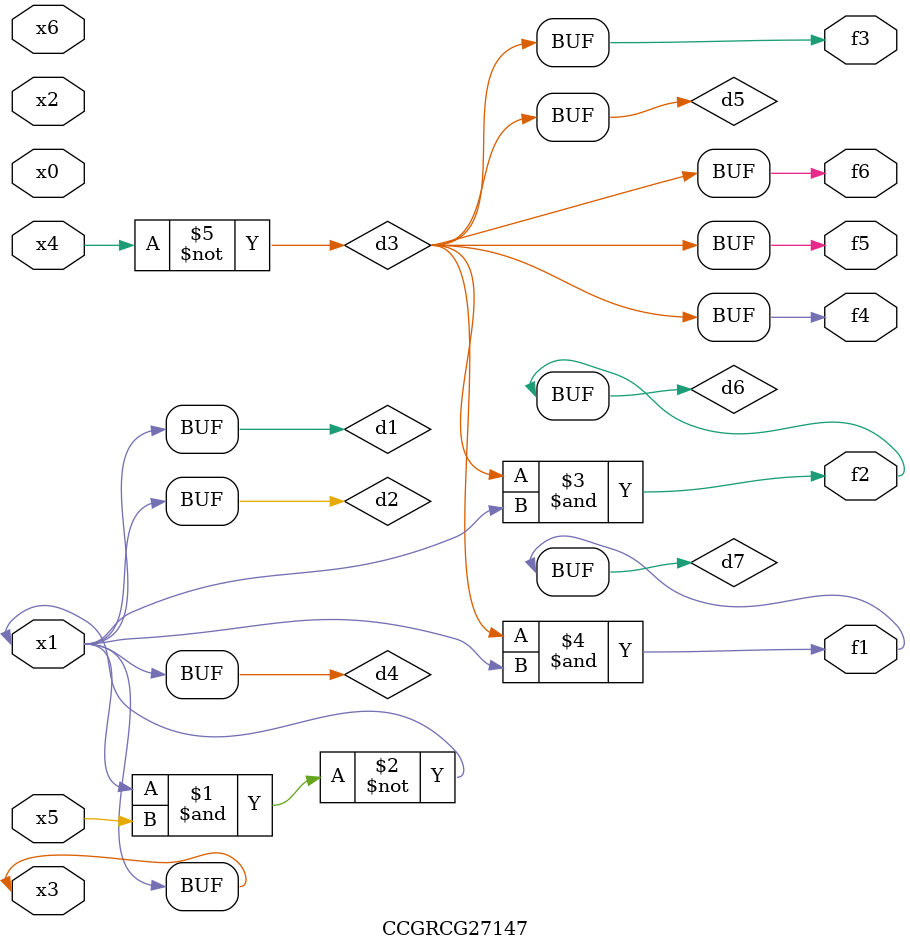
<source format=v>
module CCGRCG27147(
	input x0, x1, x2, x3, x4, x5, x6,
	output f1, f2, f3, f4, f5, f6
);

	wire d1, d2, d3, d4, d5, d6, d7;

	buf (d1, x1, x3);
	nand (d2, x1, x5);
	not (d3, x4);
	buf (d4, d1, d2);
	buf (d5, d3);
	and (d6, d3, d4);
	and (d7, d3, d4);
	assign f1 = d7;
	assign f2 = d6;
	assign f3 = d5;
	assign f4 = d5;
	assign f5 = d5;
	assign f6 = d5;
endmodule

</source>
